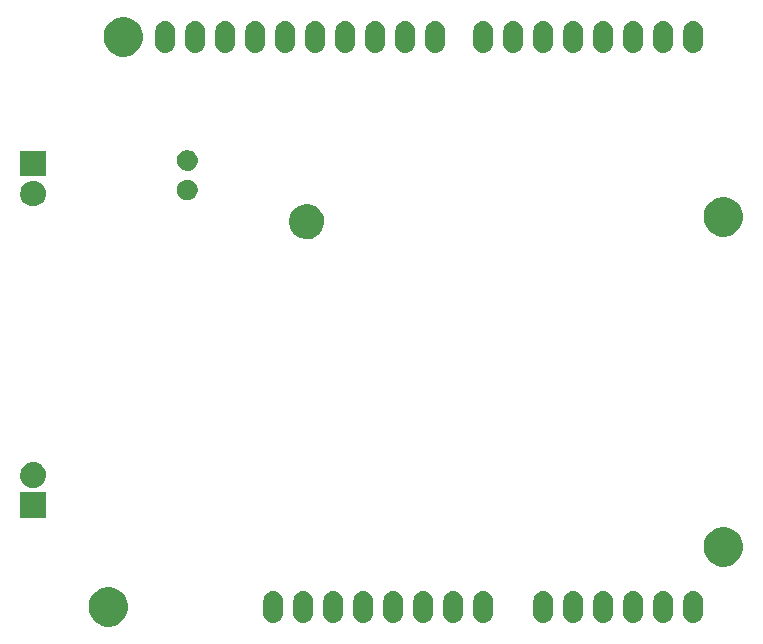
<source format=gbs>
%TF.GenerationSoftware,KiCad,Pcbnew,4.0.7-e2-6376~58~ubuntu16.04.1*%
%TF.CreationDate,2017-10-04T18:34:51-07:00*%
%TF.ProjectId,mcphail-zero-analog-shield,6D63706861696C2D7A65726F2D616E61,v1.0*%
%TF.FileFunction,Soldermask,Bot*%
%FSLAX46Y46*%
G04 Gerber Fmt 4.6, Leading zero omitted, Abs format (unit mm)*
G04 Created by KiCad (PCBNEW 4.0.7-e2-6376~58~ubuntu16.04.1) date Wed Oct  4 18:34:51 2017*
%MOMM*%
%LPD*%
G01*
G04 APERTURE LIST*
%ADD10C,0.350000*%
G04 APERTURE END LIST*
D10*
G36*
X45259749Y-168212606D02*
X45579347Y-168278210D01*
X45880128Y-168404647D01*
X46150616Y-168587094D01*
X46380516Y-168818603D01*
X46561069Y-169090358D01*
X46685400Y-169392008D01*
X46748704Y-169711717D01*
X46748704Y-169711727D01*
X46748771Y-169712066D01*
X46743568Y-170084726D01*
X46743491Y-170085064D01*
X46743491Y-170085073D01*
X46671285Y-170402890D01*
X46538581Y-170700947D01*
X46350508Y-170967557D01*
X46114233Y-171192559D01*
X45838756Y-171367382D01*
X45534565Y-171485370D01*
X45213257Y-171542025D01*
X44887058Y-171535192D01*
X44568399Y-171465130D01*
X44269417Y-171334509D01*
X44001506Y-171148305D01*
X43774860Y-170913607D01*
X43598117Y-170639354D01*
X43478007Y-170335993D01*
X43419111Y-170015091D01*
X43423666Y-169688853D01*
X43491502Y-169369711D01*
X43620031Y-169069828D01*
X43804364Y-168800618D01*
X44037472Y-168572341D01*
X44310484Y-168393687D01*
X44612996Y-168271464D01*
X44933483Y-168210328D01*
X45259749Y-168212606D01*
X45259749Y-168212606D01*
G37*
G36*
X66843544Y-168539606D02*
X66999816Y-168587980D01*
X67143715Y-168665787D01*
X67269762Y-168770062D01*
X67373155Y-168896833D01*
X67449954Y-169041273D01*
X67497237Y-169197879D01*
X67513200Y-169360686D01*
X67513200Y-170389746D01*
X67513133Y-170399359D01*
X67513132Y-170399365D01*
X67513118Y-170401417D01*
X67494883Y-170563986D01*
X67445419Y-170719916D01*
X67366610Y-170863269D01*
X67261458Y-170988585D01*
X67133967Y-171091090D01*
X66988995Y-171166880D01*
X66832063Y-171213067D01*
X66832022Y-171213071D01*
X66832018Y-171213072D01*
X66669151Y-171227894D01*
X66669148Y-171227894D01*
X66506456Y-171210794D01*
X66350184Y-171162420D01*
X66206285Y-171084613D01*
X66080238Y-170980338D01*
X65976845Y-170853567D01*
X65900046Y-170709127D01*
X65852763Y-170552521D01*
X65836800Y-170389714D01*
X65836800Y-169360654D01*
X65836867Y-169351041D01*
X65836868Y-169351035D01*
X65836882Y-169348983D01*
X65855117Y-169186414D01*
X65904581Y-169030484D01*
X65983390Y-168887131D01*
X66088542Y-168761815D01*
X66216033Y-168659310D01*
X66361005Y-168583520D01*
X66517937Y-168537333D01*
X66517978Y-168537329D01*
X66517982Y-168537328D01*
X66680850Y-168522506D01*
X66680852Y-168522506D01*
X66843544Y-168539606D01*
X66843544Y-168539606D01*
G37*
G36*
X61763544Y-168539606D02*
X61919816Y-168587980D01*
X62063715Y-168665787D01*
X62189762Y-168770062D01*
X62293155Y-168896833D01*
X62369954Y-169041273D01*
X62417237Y-169197879D01*
X62433200Y-169360686D01*
X62433200Y-170389746D01*
X62433133Y-170399359D01*
X62433132Y-170399365D01*
X62433118Y-170401417D01*
X62414883Y-170563986D01*
X62365419Y-170719916D01*
X62286610Y-170863269D01*
X62181458Y-170988585D01*
X62053967Y-171091090D01*
X61908995Y-171166880D01*
X61752063Y-171213067D01*
X61752022Y-171213071D01*
X61752018Y-171213072D01*
X61589151Y-171227894D01*
X61589148Y-171227894D01*
X61426456Y-171210794D01*
X61270184Y-171162420D01*
X61126285Y-171084613D01*
X61000238Y-170980338D01*
X60896845Y-170853567D01*
X60820046Y-170709127D01*
X60772763Y-170552521D01*
X60756800Y-170389714D01*
X60756800Y-169360654D01*
X60756867Y-169351041D01*
X60756868Y-169351035D01*
X60756882Y-169348983D01*
X60775117Y-169186414D01*
X60824581Y-169030484D01*
X60903390Y-168887131D01*
X61008542Y-168761815D01*
X61136033Y-168659310D01*
X61281005Y-168583520D01*
X61437937Y-168537333D01*
X61437978Y-168537329D01*
X61437982Y-168537328D01*
X61600850Y-168522506D01*
X61600852Y-168522506D01*
X61763544Y-168539606D01*
X61763544Y-168539606D01*
G37*
G36*
X69383544Y-168539606D02*
X69539816Y-168587980D01*
X69683715Y-168665787D01*
X69809762Y-168770062D01*
X69913155Y-168896833D01*
X69989954Y-169041273D01*
X70037237Y-169197879D01*
X70053200Y-169360686D01*
X70053200Y-170389746D01*
X70053133Y-170399359D01*
X70053132Y-170399365D01*
X70053118Y-170401417D01*
X70034883Y-170563986D01*
X69985419Y-170719916D01*
X69906610Y-170863269D01*
X69801458Y-170988585D01*
X69673967Y-171091090D01*
X69528995Y-171166880D01*
X69372063Y-171213067D01*
X69372022Y-171213071D01*
X69372018Y-171213072D01*
X69209151Y-171227894D01*
X69209148Y-171227894D01*
X69046456Y-171210794D01*
X68890184Y-171162420D01*
X68746285Y-171084613D01*
X68620238Y-170980338D01*
X68516845Y-170853567D01*
X68440046Y-170709127D01*
X68392763Y-170552521D01*
X68376800Y-170389714D01*
X68376800Y-169360654D01*
X68376867Y-169351041D01*
X68376868Y-169351035D01*
X68376882Y-169348983D01*
X68395117Y-169186414D01*
X68444581Y-169030484D01*
X68523390Y-168887131D01*
X68628542Y-168761815D01*
X68756033Y-168659310D01*
X68901005Y-168583520D01*
X69057937Y-168537333D01*
X69057978Y-168537329D01*
X69057982Y-168537328D01*
X69220850Y-168522506D01*
X69220852Y-168522506D01*
X69383544Y-168539606D01*
X69383544Y-168539606D01*
G37*
G36*
X64303544Y-168539606D02*
X64459816Y-168587980D01*
X64603715Y-168665787D01*
X64729762Y-168770062D01*
X64833155Y-168896833D01*
X64909954Y-169041273D01*
X64957237Y-169197879D01*
X64973200Y-169360686D01*
X64973200Y-170389746D01*
X64973133Y-170399359D01*
X64973132Y-170399365D01*
X64973118Y-170401417D01*
X64954883Y-170563986D01*
X64905419Y-170719916D01*
X64826610Y-170863269D01*
X64721458Y-170988585D01*
X64593967Y-171091090D01*
X64448995Y-171166880D01*
X64292063Y-171213067D01*
X64292022Y-171213071D01*
X64292018Y-171213072D01*
X64129151Y-171227894D01*
X64129148Y-171227894D01*
X63966456Y-171210794D01*
X63810184Y-171162420D01*
X63666285Y-171084613D01*
X63540238Y-170980338D01*
X63436845Y-170853567D01*
X63360046Y-170709127D01*
X63312763Y-170552521D01*
X63296800Y-170389714D01*
X63296800Y-169360654D01*
X63296867Y-169351041D01*
X63296868Y-169351035D01*
X63296882Y-169348983D01*
X63315117Y-169186414D01*
X63364581Y-169030484D01*
X63443390Y-168887131D01*
X63548542Y-168761815D01*
X63676033Y-168659310D01*
X63821005Y-168583520D01*
X63977937Y-168537333D01*
X63977978Y-168537329D01*
X63977982Y-168537328D01*
X64140850Y-168522506D01*
X64140852Y-168522506D01*
X64303544Y-168539606D01*
X64303544Y-168539606D01*
G37*
G36*
X71923544Y-168539606D02*
X72079816Y-168587980D01*
X72223715Y-168665787D01*
X72349762Y-168770062D01*
X72453155Y-168896833D01*
X72529954Y-169041273D01*
X72577237Y-169197879D01*
X72593200Y-169360686D01*
X72593200Y-170389746D01*
X72593133Y-170399359D01*
X72593132Y-170399365D01*
X72593118Y-170401417D01*
X72574883Y-170563986D01*
X72525419Y-170719916D01*
X72446610Y-170863269D01*
X72341458Y-170988585D01*
X72213967Y-171091090D01*
X72068995Y-171166880D01*
X71912063Y-171213067D01*
X71912022Y-171213071D01*
X71912018Y-171213072D01*
X71749151Y-171227894D01*
X71749148Y-171227894D01*
X71586456Y-171210794D01*
X71430184Y-171162420D01*
X71286285Y-171084613D01*
X71160238Y-170980338D01*
X71056845Y-170853567D01*
X70980046Y-170709127D01*
X70932763Y-170552521D01*
X70916800Y-170389714D01*
X70916800Y-169360654D01*
X70916867Y-169351041D01*
X70916868Y-169351035D01*
X70916882Y-169348983D01*
X70935117Y-169186414D01*
X70984581Y-169030484D01*
X71063390Y-168887131D01*
X71168542Y-168761815D01*
X71296033Y-168659310D01*
X71441005Y-168583520D01*
X71597937Y-168537333D01*
X71597978Y-168537329D01*
X71597982Y-168537328D01*
X71760850Y-168522506D01*
X71760852Y-168522506D01*
X71923544Y-168539606D01*
X71923544Y-168539606D01*
G37*
G36*
X74463544Y-168539606D02*
X74619816Y-168587980D01*
X74763715Y-168665787D01*
X74889762Y-168770062D01*
X74993155Y-168896833D01*
X75069954Y-169041273D01*
X75117237Y-169197879D01*
X75133200Y-169360686D01*
X75133200Y-170389746D01*
X75133133Y-170399359D01*
X75133132Y-170399365D01*
X75133118Y-170401417D01*
X75114883Y-170563986D01*
X75065419Y-170719916D01*
X74986610Y-170863269D01*
X74881458Y-170988585D01*
X74753967Y-171091090D01*
X74608995Y-171166880D01*
X74452063Y-171213067D01*
X74452022Y-171213071D01*
X74452018Y-171213072D01*
X74289151Y-171227894D01*
X74289148Y-171227894D01*
X74126456Y-171210794D01*
X73970184Y-171162420D01*
X73826285Y-171084613D01*
X73700238Y-170980338D01*
X73596845Y-170853567D01*
X73520046Y-170709127D01*
X73472763Y-170552521D01*
X73456800Y-170389714D01*
X73456800Y-169360654D01*
X73456867Y-169351041D01*
X73456868Y-169351035D01*
X73456882Y-169348983D01*
X73475117Y-169186414D01*
X73524581Y-169030484D01*
X73603390Y-168887131D01*
X73708542Y-168761815D01*
X73836033Y-168659310D01*
X73981005Y-168583520D01*
X74137937Y-168537333D01*
X74137978Y-168537329D01*
X74137982Y-168537328D01*
X74300850Y-168522506D01*
X74300852Y-168522506D01*
X74463544Y-168539606D01*
X74463544Y-168539606D01*
G37*
G36*
X77003544Y-168539606D02*
X77159816Y-168587980D01*
X77303715Y-168665787D01*
X77429762Y-168770062D01*
X77533155Y-168896833D01*
X77609954Y-169041273D01*
X77657237Y-169197879D01*
X77673200Y-169360686D01*
X77673200Y-170389746D01*
X77673133Y-170399359D01*
X77673132Y-170399365D01*
X77673118Y-170401417D01*
X77654883Y-170563986D01*
X77605419Y-170719916D01*
X77526610Y-170863269D01*
X77421458Y-170988585D01*
X77293967Y-171091090D01*
X77148995Y-171166880D01*
X76992063Y-171213067D01*
X76992022Y-171213071D01*
X76992018Y-171213072D01*
X76829151Y-171227894D01*
X76829148Y-171227894D01*
X76666456Y-171210794D01*
X76510184Y-171162420D01*
X76366285Y-171084613D01*
X76240238Y-170980338D01*
X76136845Y-170853567D01*
X76060046Y-170709127D01*
X76012763Y-170552521D01*
X75996800Y-170389714D01*
X75996800Y-169360654D01*
X75996867Y-169351041D01*
X75996868Y-169351035D01*
X75996882Y-169348983D01*
X76015117Y-169186414D01*
X76064581Y-169030484D01*
X76143390Y-168887131D01*
X76248542Y-168761815D01*
X76376033Y-168659310D01*
X76521005Y-168583520D01*
X76677937Y-168537333D01*
X76677978Y-168537329D01*
X76677982Y-168537328D01*
X76840850Y-168522506D01*
X76840852Y-168522506D01*
X77003544Y-168539606D01*
X77003544Y-168539606D01*
G37*
G36*
X87163544Y-168539606D02*
X87319816Y-168587980D01*
X87463715Y-168665787D01*
X87589762Y-168770062D01*
X87693155Y-168896833D01*
X87769954Y-169041273D01*
X87817237Y-169197879D01*
X87833200Y-169360686D01*
X87833200Y-170389746D01*
X87833133Y-170399359D01*
X87833132Y-170399365D01*
X87833118Y-170401417D01*
X87814883Y-170563986D01*
X87765419Y-170719916D01*
X87686610Y-170863269D01*
X87581458Y-170988585D01*
X87453967Y-171091090D01*
X87308995Y-171166880D01*
X87152063Y-171213067D01*
X87152022Y-171213071D01*
X87152018Y-171213072D01*
X86989151Y-171227894D01*
X86989148Y-171227894D01*
X86826456Y-171210794D01*
X86670184Y-171162420D01*
X86526285Y-171084613D01*
X86400238Y-170980338D01*
X86296845Y-170853567D01*
X86220046Y-170709127D01*
X86172763Y-170552521D01*
X86156800Y-170389714D01*
X86156800Y-169360654D01*
X86156867Y-169351041D01*
X86156868Y-169351035D01*
X86156882Y-169348983D01*
X86175117Y-169186414D01*
X86224581Y-169030484D01*
X86303390Y-168887131D01*
X86408542Y-168761815D01*
X86536033Y-168659310D01*
X86681005Y-168583520D01*
X86837937Y-168537333D01*
X86837978Y-168537329D01*
X86837982Y-168537328D01*
X87000850Y-168522506D01*
X87000852Y-168522506D01*
X87163544Y-168539606D01*
X87163544Y-168539606D01*
G37*
G36*
X84623544Y-168539606D02*
X84779816Y-168587980D01*
X84923715Y-168665787D01*
X85049762Y-168770062D01*
X85153155Y-168896833D01*
X85229954Y-169041273D01*
X85277237Y-169197879D01*
X85293200Y-169360686D01*
X85293200Y-170389746D01*
X85293133Y-170399359D01*
X85293132Y-170399365D01*
X85293118Y-170401417D01*
X85274883Y-170563986D01*
X85225419Y-170719916D01*
X85146610Y-170863269D01*
X85041458Y-170988585D01*
X84913967Y-171091090D01*
X84768995Y-171166880D01*
X84612063Y-171213067D01*
X84612022Y-171213071D01*
X84612018Y-171213072D01*
X84449151Y-171227894D01*
X84449148Y-171227894D01*
X84286456Y-171210794D01*
X84130184Y-171162420D01*
X83986285Y-171084613D01*
X83860238Y-170980338D01*
X83756845Y-170853567D01*
X83680046Y-170709127D01*
X83632763Y-170552521D01*
X83616800Y-170389714D01*
X83616800Y-169360654D01*
X83616867Y-169351041D01*
X83616868Y-169351035D01*
X83616882Y-169348983D01*
X83635117Y-169186414D01*
X83684581Y-169030484D01*
X83763390Y-168887131D01*
X83868542Y-168761815D01*
X83996033Y-168659310D01*
X84141005Y-168583520D01*
X84297937Y-168537333D01*
X84297978Y-168537329D01*
X84297982Y-168537328D01*
X84460850Y-168522506D01*
X84460852Y-168522506D01*
X84623544Y-168539606D01*
X84623544Y-168539606D01*
G37*
G36*
X82083544Y-168539606D02*
X82239816Y-168587980D01*
X82383715Y-168665787D01*
X82509762Y-168770062D01*
X82613155Y-168896833D01*
X82689954Y-169041273D01*
X82737237Y-169197879D01*
X82753200Y-169360686D01*
X82753200Y-170389746D01*
X82753133Y-170399359D01*
X82753132Y-170399365D01*
X82753118Y-170401417D01*
X82734883Y-170563986D01*
X82685419Y-170719916D01*
X82606610Y-170863269D01*
X82501458Y-170988585D01*
X82373967Y-171091090D01*
X82228995Y-171166880D01*
X82072063Y-171213067D01*
X82072022Y-171213071D01*
X82072018Y-171213072D01*
X81909151Y-171227894D01*
X81909148Y-171227894D01*
X81746456Y-171210794D01*
X81590184Y-171162420D01*
X81446285Y-171084613D01*
X81320238Y-170980338D01*
X81216845Y-170853567D01*
X81140046Y-170709127D01*
X81092763Y-170552521D01*
X81076800Y-170389714D01*
X81076800Y-169360654D01*
X81076867Y-169351041D01*
X81076868Y-169351035D01*
X81076882Y-169348983D01*
X81095117Y-169186414D01*
X81144581Y-169030484D01*
X81223390Y-168887131D01*
X81328542Y-168761815D01*
X81456033Y-168659310D01*
X81601005Y-168583520D01*
X81757937Y-168537333D01*
X81757978Y-168537329D01*
X81757982Y-168537328D01*
X81920850Y-168522506D01*
X81920852Y-168522506D01*
X82083544Y-168539606D01*
X82083544Y-168539606D01*
G37*
G36*
X89703544Y-168539606D02*
X89859816Y-168587980D01*
X90003715Y-168665787D01*
X90129762Y-168770062D01*
X90233155Y-168896833D01*
X90309954Y-169041273D01*
X90357237Y-169197879D01*
X90373200Y-169360686D01*
X90373200Y-170389746D01*
X90373133Y-170399359D01*
X90373132Y-170399365D01*
X90373118Y-170401417D01*
X90354883Y-170563986D01*
X90305419Y-170719916D01*
X90226610Y-170863269D01*
X90121458Y-170988585D01*
X89993967Y-171091090D01*
X89848995Y-171166880D01*
X89692063Y-171213067D01*
X89692022Y-171213071D01*
X89692018Y-171213072D01*
X89529151Y-171227894D01*
X89529148Y-171227894D01*
X89366456Y-171210794D01*
X89210184Y-171162420D01*
X89066285Y-171084613D01*
X88940238Y-170980338D01*
X88836845Y-170853567D01*
X88760046Y-170709127D01*
X88712763Y-170552521D01*
X88696800Y-170389714D01*
X88696800Y-169360654D01*
X88696867Y-169351041D01*
X88696868Y-169351035D01*
X88696882Y-169348983D01*
X88715117Y-169186414D01*
X88764581Y-169030484D01*
X88843390Y-168887131D01*
X88948542Y-168761815D01*
X89076033Y-168659310D01*
X89221005Y-168583520D01*
X89377937Y-168537333D01*
X89377978Y-168537329D01*
X89377982Y-168537328D01*
X89540850Y-168522506D01*
X89540852Y-168522506D01*
X89703544Y-168539606D01*
X89703544Y-168539606D01*
G37*
G36*
X92243544Y-168539606D02*
X92399816Y-168587980D01*
X92543715Y-168665787D01*
X92669762Y-168770062D01*
X92773155Y-168896833D01*
X92849954Y-169041273D01*
X92897237Y-169197879D01*
X92913200Y-169360686D01*
X92913200Y-170389746D01*
X92913133Y-170399359D01*
X92913132Y-170399365D01*
X92913118Y-170401417D01*
X92894883Y-170563986D01*
X92845419Y-170719916D01*
X92766610Y-170863269D01*
X92661458Y-170988585D01*
X92533967Y-171091090D01*
X92388995Y-171166880D01*
X92232063Y-171213067D01*
X92232022Y-171213071D01*
X92232018Y-171213072D01*
X92069151Y-171227894D01*
X92069148Y-171227894D01*
X91906456Y-171210794D01*
X91750184Y-171162420D01*
X91606285Y-171084613D01*
X91480238Y-170980338D01*
X91376845Y-170853567D01*
X91300046Y-170709127D01*
X91252763Y-170552521D01*
X91236800Y-170389714D01*
X91236800Y-169360654D01*
X91236867Y-169351041D01*
X91236868Y-169351035D01*
X91236882Y-169348983D01*
X91255117Y-169186414D01*
X91304581Y-169030484D01*
X91383390Y-168887131D01*
X91488542Y-168761815D01*
X91616033Y-168659310D01*
X91761005Y-168583520D01*
X91917937Y-168537333D01*
X91917978Y-168537329D01*
X91917982Y-168537328D01*
X92080850Y-168522506D01*
X92080852Y-168522506D01*
X92243544Y-168539606D01*
X92243544Y-168539606D01*
G37*
G36*
X59223544Y-168539606D02*
X59379816Y-168587980D01*
X59523715Y-168665787D01*
X59649762Y-168770062D01*
X59753155Y-168896833D01*
X59829954Y-169041273D01*
X59877237Y-169197879D01*
X59893200Y-169360686D01*
X59893200Y-170389746D01*
X59893133Y-170399359D01*
X59893132Y-170399365D01*
X59893118Y-170401417D01*
X59874883Y-170563986D01*
X59825419Y-170719916D01*
X59746610Y-170863269D01*
X59641458Y-170988585D01*
X59513967Y-171091090D01*
X59368995Y-171166880D01*
X59212063Y-171213067D01*
X59212022Y-171213071D01*
X59212018Y-171213072D01*
X59049151Y-171227894D01*
X59049148Y-171227894D01*
X58886456Y-171210794D01*
X58730184Y-171162420D01*
X58586285Y-171084613D01*
X58460238Y-170980338D01*
X58356845Y-170853567D01*
X58280046Y-170709127D01*
X58232763Y-170552521D01*
X58216800Y-170389714D01*
X58216800Y-169360654D01*
X58216867Y-169351041D01*
X58216868Y-169351035D01*
X58216882Y-169348983D01*
X58235117Y-169186414D01*
X58284581Y-169030484D01*
X58363390Y-168887131D01*
X58468542Y-168761815D01*
X58596033Y-168659310D01*
X58741005Y-168583520D01*
X58897937Y-168537333D01*
X58897978Y-168537329D01*
X58897982Y-168537328D01*
X59060850Y-168522506D01*
X59060852Y-168522506D01*
X59223544Y-168539606D01*
X59223544Y-168539606D01*
G37*
G36*
X94783544Y-168539606D02*
X94939816Y-168587980D01*
X95083715Y-168665787D01*
X95209762Y-168770062D01*
X95313155Y-168896833D01*
X95389954Y-169041273D01*
X95437237Y-169197879D01*
X95453200Y-169360686D01*
X95453200Y-170389746D01*
X95453133Y-170399359D01*
X95453132Y-170399365D01*
X95453118Y-170401417D01*
X95434883Y-170563986D01*
X95385419Y-170719916D01*
X95306610Y-170863269D01*
X95201458Y-170988585D01*
X95073967Y-171091090D01*
X94928995Y-171166880D01*
X94772063Y-171213067D01*
X94772022Y-171213071D01*
X94772018Y-171213072D01*
X94609151Y-171227894D01*
X94609148Y-171227894D01*
X94446456Y-171210794D01*
X94290184Y-171162420D01*
X94146285Y-171084613D01*
X94020238Y-170980338D01*
X93916845Y-170853567D01*
X93840046Y-170709127D01*
X93792763Y-170552521D01*
X93776800Y-170389714D01*
X93776800Y-169360654D01*
X93776867Y-169351041D01*
X93776868Y-169351035D01*
X93776882Y-169348983D01*
X93795117Y-169186414D01*
X93844581Y-169030484D01*
X93923390Y-168887131D01*
X94028542Y-168761815D01*
X94156033Y-168659310D01*
X94301005Y-168583520D01*
X94457937Y-168537333D01*
X94457978Y-168537329D01*
X94457982Y-168537328D01*
X94620850Y-168522506D01*
X94620852Y-168522506D01*
X94783544Y-168539606D01*
X94783544Y-168539606D01*
G37*
G36*
X97329749Y-163132606D02*
X97649347Y-163198210D01*
X97950128Y-163324647D01*
X98220616Y-163507094D01*
X98450516Y-163738603D01*
X98631069Y-164010358D01*
X98755400Y-164312008D01*
X98818704Y-164631717D01*
X98818704Y-164631727D01*
X98818771Y-164632066D01*
X98813568Y-165004726D01*
X98813491Y-165005064D01*
X98813491Y-165005073D01*
X98741285Y-165322890D01*
X98608581Y-165620947D01*
X98420508Y-165887557D01*
X98184233Y-166112559D01*
X97908756Y-166287382D01*
X97604565Y-166405370D01*
X97283257Y-166462025D01*
X96957058Y-166455192D01*
X96638399Y-166385130D01*
X96339417Y-166254509D01*
X96071506Y-166068305D01*
X95844860Y-165833607D01*
X95668117Y-165559354D01*
X95548007Y-165255993D01*
X95489111Y-164935091D01*
X95493666Y-164608853D01*
X95561502Y-164289711D01*
X95690031Y-163989828D01*
X95874364Y-163720618D01*
X96107472Y-163492341D01*
X96380484Y-163313687D01*
X96682996Y-163191464D01*
X97003483Y-163130328D01*
X97329749Y-163132606D01*
X97329749Y-163132606D01*
G37*
G36*
X39827200Y-162331400D02*
X37642800Y-162331400D01*
X37642800Y-160147000D01*
X39827200Y-160147000D01*
X39827200Y-162331400D01*
X39827200Y-162331400D01*
G37*
G36*
X38746395Y-157607042D02*
X38755534Y-157607106D01*
X38967366Y-157630867D01*
X39170548Y-157695320D01*
X39357342Y-157798011D01*
X39520632Y-157935028D01*
X39654199Y-158101151D01*
X39752955Y-158290055D01*
X39813139Y-158494542D01*
X39813143Y-158494583D01*
X39813144Y-158494587D01*
X39832459Y-158706823D01*
X39810183Y-158918770D01*
X39810181Y-158918775D01*
X39810177Y-158918817D01*
X39747144Y-159122445D01*
X39645760Y-159309950D01*
X39509886Y-159474193D01*
X39344699Y-159608917D01*
X39156490Y-159708989D01*
X38952428Y-159770599D01*
X38740285Y-159791400D01*
X38729679Y-159791400D01*
X38723605Y-159791358D01*
X38714466Y-159791294D01*
X38502634Y-159767533D01*
X38299452Y-159703080D01*
X38112658Y-159600389D01*
X37949368Y-159463372D01*
X37815801Y-159297249D01*
X37717045Y-159108345D01*
X37656861Y-158903858D01*
X37656857Y-158903817D01*
X37656856Y-158903813D01*
X37637541Y-158691577D01*
X37659817Y-158479630D01*
X37659819Y-158479625D01*
X37659823Y-158479583D01*
X37722856Y-158275955D01*
X37824240Y-158088450D01*
X37960114Y-157924207D01*
X38125301Y-157789483D01*
X38313510Y-157689411D01*
X38517572Y-157627801D01*
X38729715Y-157607000D01*
X38740321Y-157607000D01*
X38746395Y-157607042D01*
X38746395Y-157607042D01*
G37*
G36*
X62054540Y-135789379D02*
X62337542Y-135847472D01*
X62603884Y-135959431D01*
X62843400Y-136120987D01*
X63046975Y-136325988D01*
X63206853Y-136566625D01*
X63316948Y-136833735D01*
X63372995Y-137116796D01*
X63372995Y-137116801D01*
X63373063Y-137117145D01*
X63368455Y-137447134D01*
X63368379Y-137447468D01*
X63368379Y-137447481D01*
X63304449Y-137728868D01*
X63186941Y-137992796D01*
X63020403Y-138228877D01*
X62811182Y-138428116D01*
X62567246Y-138582923D01*
X62297890Y-138687399D01*
X62013372Y-138737568D01*
X61724523Y-138731517D01*
X61442351Y-138669477D01*
X61177604Y-138553812D01*
X60940370Y-138388930D01*
X60739676Y-138181106D01*
X60583171Y-137938257D01*
X60476814Y-137669630D01*
X60424662Y-137385473D01*
X60428695Y-137096590D01*
X60488764Y-136813992D01*
X60602576Y-136548446D01*
X60765801Y-136310062D01*
X60972218Y-136107923D01*
X61213969Y-135949726D01*
X61481843Y-135841498D01*
X61765632Y-135787363D01*
X62054540Y-135789379D01*
X62054540Y-135789379D01*
G37*
G36*
X97329749Y-135192606D02*
X97649347Y-135258210D01*
X97950128Y-135384647D01*
X98220616Y-135567094D01*
X98450516Y-135798603D01*
X98631069Y-136070358D01*
X98755400Y-136372008D01*
X98818704Y-136691717D01*
X98818704Y-136691727D01*
X98818771Y-136692066D01*
X98813568Y-137064726D01*
X98813491Y-137065064D01*
X98813491Y-137065073D01*
X98741285Y-137382890D01*
X98608581Y-137680947D01*
X98420508Y-137947557D01*
X98184233Y-138172559D01*
X97908756Y-138347382D01*
X97604565Y-138465370D01*
X97283257Y-138522025D01*
X96957058Y-138515192D01*
X96638399Y-138445130D01*
X96339417Y-138314509D01*
X96071506Y-138128305D01*
X95844860Y-137893607D01*
X95668117Y-137619354D01*
X95548007Y-137315993D01*
X95489111Y-136995091D01*
X95493666Y-136668853D01*
X95561502Y-136349711D01*
X95690031Y-136049828D01*
X95874364Y-135780618D01*
X96107472Y-135552341D01*
X96380484Y-135373687D01*
X96682996Y-135251464D01*
X97003483Y-135190328D01*
X97329749Y-135192606D01*
X97329749Y-135192606D01*
G37*
G36*
X38746395Y-133781842D02*
X38755534Y-133781906D01*
X38967366Y-133805667D01*
X39170548Y-133870120D01*
X39357342Y-133972811D01*
X39520632Y-134109828D01*
X39654199Y-134275951D01*
X39752955Y-134464855D01*
X39813139Y-134669342D01*
X39813143Y-134669383D01*
X39813144Y-134669387D01*
X39832459Y-134881623D01*
X39810183Y-135093570D01*
X39810181Y-135093575D01*
X39810177Y-135093617D01*
X39747144Y-135297245D01*
X39645760Y-135484750D01*
X39509886Y-135648993D01*
X39344699Y-135783717D01*
X39156490Y-135883789D01*
X38952428Y-135945399D01*
X38740285Y-135966200D01*
X38729679Y-135966200D01*
X38723605Y-135966158D01*
X38714466Y-135966094D01*
X38502634Y-135942333D01*
X38299452Y-135877880D01*
X38112658Y-135775189D01*
X37949368Y-135638172D01*
X37815801Y-135472049D01*
X37717045Y-135283145D01*
X37656861Y-135078658D01*
X37656857Y-135078617D01*
X37656856Y-135078613D01*
X37637541Y-134866377D01*
X37659817Y-134654430D01*
X37659819Y-134654425D01*
X37659823Y-134654383D01*
X37722856Y-134450755D01*
X37824240Y-134263250D01*
X37960114Y-134099007D01*
X38125301Y-133964283D01*
X38313510Y-133864211D01*
X38517572Y-133802601D01*
X38729715Y-133781800D01*
X38740321Y-133781800D01*
X38746395Y-133781842D01*
X38746395Y-133781842D01*
G37*
G36*
X51882635Y-133704382D02*
X52050950Y-133738933D01*
X52209362Y-133805523D01*
X52351816Y-133901609D01*
X52472894Y-134023535D01*
X52567981Y-134166654D01*
X52633463Y-134325524D01*
X52666769Y-134493735D01*
X52666838Y-134494084D01*
X52664097Y-134690348D01*
X52664020Y-134690686D01*
X52664020Y-134690695D01*
X52626029Y-134857913D01*
X52556140Y-135014885D01*
X52457090Y-135155298D01*
X52332653Y-135273797D01*
X52187570Y-135365870D01*
X52027369Y-135428008D01*
X51858148Y-135457847D01*
X51686351Y-135454247D01*
X51518528Y-135417350D01*
X51361066Y-135348556D01*
X51219970Y-135250492D01*
X51100605Y-135126886D01*
X51007522Y-134982449D01*
X50944264Y-134822678D01*
X50913247Y-134653676D01*
X50915645Y-134481859D01*
X50951372Y-134313780D01*
X51019062Y-134155845D01*
X51116143Y-134014063D01*
X51238911Y-133893839D01*
X51382696Y-133799750D01*
X51542016Y-133735379D01*
X51710801Y-133703183D01*
X51882635Y-133704382D01*
X51882635Y-133704382D01*
G37*
G36*
X39827200Y-133426200D02*
X37642800Y-133426200D01*
X37642800Y-131241800D01*
X39827200Y-131241800D01*
X39827200Y-133426200D01*
X39827200Y-133426200D01*
G37*
G36*
X51882635Y-131204382D02*
X52050950Y-131238933D01*
X52209362Y-131305523D01*
X52351816Y-131401609D01*
X52472894Y-131523535D01*
X52567981Y-131666654D01*
X52633463Y-131825524D01*
X52666769Y-131993735D01*
X52666838Y-131994084D01*
X52664097Y-132190348D01*
X52664020Y-132190686D01*
X52664020Y-132190695D01*
X52626029Y-132357913D01*
X52556140Y-132514885D01*
X52457090Y-132655298D01*
X52332653Y-132773797D01*
X52187570Y-132865870D01*
X52027369Y-132928008D01*
X51858148Y-132957847D01*
X51686351Y-132954247D01*
X51518528Y-132917350D01*
X51361066Y-132848556D01*
X51219970Y-132750492D01*
X51100605Y-132626886D01*
X51007522Y-132482449D01*
X50944264Y-132322678D01*
X50913247Y-132153676D01*
X50915645Y-131981859D01*
X50951372Y-131813780D01*
X51019062Y-131655845D01*
X51116143Y-131514063D01*
X51238911Y-131393839D01*
X51382696Y-131299750D01*
X51542016Y-131235379D01*
X51710801Y-131203183D01*
X51882635Y-131204382D01*
X51882635Y-131204382D01*
G37*
G36*
X46529749Y-119952606D02*
X46849347Y-120018210D01*
X47150128Y-120144647D01*
X47420616Y-120327094D01*
X47650516Y-120558603D01*
X47831069Y-120830358D01*
X47955400Y-121132008D01*
X48018704Y-121451717D01*
X48018704Y-121451727D01*
X48018771Y-121452066D01*
X48013568Y-121824726D01*
X48013491Y-121825064D01*
X48013491Y-121825073D01*
X47941285Y-122142890D01*
X47808581Y-122440947D01*
X47620508Y-122707557D01*
X47384233Y-122932559D01*
X47108756Y-123107382D01*
X46804565Y-123225370D01*
X46483257Y-123282025D01*
X46157058Y-123275192D01*
X45838399Y-123205130D01*
X45539417Y-123074509D01*
X45271506Y-122888305D01*
X45044860Y-122653607D01*
X44868117Y-122379354D01*
X44748007Y-122075993D01*
X44689111Y-121755091D01*
X44693666Y-121428853D01*
X44761502Y-121109711D01*
X44890031Y-120809828D01*
X45074364Y-120540618D01*
X45307472Y-120312341D01*
X45580484Y-120133687D01*
X45882996Y-120011464D01*
X46203483Y-119950328D01*
X46529749Y-119952606D01*
X46529749Y-119952606D01*
G37*
G36*
X94783544Y-120279606D02*
X94939816Y-120327980D01*
X95083715Y-120405787D01*
X95209762Y-120510062D01*
X95313155Y-120636833D01*
X95389954Y-120781273D01*
X95437237Y-120937879D01*
X95453200Y-121100686D01*
X95453200Y-122129746D01*
X95453133Y-122139359D01*
X95453132Y-122139365D01*
X95453118Y-122141417D01*
X95434883Y-122303986D01*
X95385419Y-122459916D01*
X95306610Y-122603269D01*
X95201458Y-122728585D01*
X95073967Y-122831090D01*
X94928995Y-122906880D01*
X94772063Y-122953067D01*
X94772022Y-122953071D01*
X94772018Y-122953072D01*
X94609151Y-122967894D01*
X94609148Y-122967894D01*
X94446456Y-122950794D01*
X94290184Y-122902420D01*
X94146285Y-122824613D01*
X94020238Y-122720338D01*
X93916845Y-122593567D01*
X93840046Y-122449127D01*
X93792763Y-122292521D01*
X93776800Y-122129714D01*
X93776800Y-121100654D01*
X93776867Y-121091041D01*
X93776868Y-121091035D01*
X93776882Y-121088983D01*
X93795117Y-120926414D01*
X93844581Y-120770484D01*
X93923390Y-120627131D01*
X94028542Y-120501815D01*
X94156033Y-120399310D01*
X94301005Y-120323520D01*
X94457937Y-120277333D01*
X94457978Y-120277329D01*
X94457982Y-120277328D01*
X94620850Y-120262506D01*
X94620852Y-120262506D01*
X94783544Y-120279606D01*
X94783544Y-120279606D01*
G37*
G36*
X92243544Y-120279606D02*
X92399816Y-120327980D01*
X92543715Y-120405787D01*
X92669762Y-120510062D01*
X92773155Y-120636833D01*
X92849954Y-120781273D01*
X92897237Y-120937879D01*
X92913200Y-121100686D01*
X92913200Y-122129746D01*
X92913133Y-122139359D01*
X92913132Y-122139365D01*
X92913118Y-122141417D01*
X92894883Y-122303986D01*
X92845419Y-122459916D01*
X92766610Y-122603269D01*
X92661458Y-122728585D01*
X92533967Y-122831090D01*
X92388995Y-122906880D01*
X92232063Y-122953067D01*
X92232022Y-122953071D01*
X92232018Y-122953072D01*
X92069151Y-122967894D01*
X92069148Y-122967894D01*
X91906456Y-122950794D01*
X91750184Y-122902420D01*
X91606285Y-122824613D01*
X91480238Y-122720338D01*
X91376845Y-122593567D01*
X91300046Y-122449127D01*
X91252763Y-122292521D01*
X91236800Y-122129714D01*
X91236800Y-121100654D01*
X91236867Y-121091041D01*
X91236868Y-121091035D01*
X91236882Y-121088983D01*
X91255117Y-120926414D01*
X91304581Y-120770484D01*
X91383390Y-120627131D01*
X91488542Y-120501815D01*
X91616033Y-120399310D01*
X91761005Y-120323520D01*
X91917937Y-120277333D01*
X91917978Y-120277329D01*
X91917982Y-120277328D01*
X92080850Y-120262506D01*
X92080852Y-120262506D01*
X92243544Y-120279606D01*
X92243544Y-120279606D01*
G37*
G36*
X89703544Y-120279606D02*
X89859816Y-120327980D01*
X90003715Y-120405787D01*
X90129762Y-120510062D01*
X90233155Y-120636833D01*
X90309954Y-120781273D01*
X90357237Y-120937879D01*
X90373200Y-121100686D01*
X90373200Y-122129746D01*
X90373133Y-122139359D01*
X90373132Y-122139365D01*
X90373118Y-122141417D01*
X90354883Y-122303986D01*
X90305419Y-122459916D01*
X90226610Y-122603269D01*
X90121458Y-122728585D01*
X89993967Y-122831090D01*
X89848995Y-122906880D01*
X89692063Y-122953067D01*
X89692022Y-122953071D01*
X89692018Y-122953072D01*
X89529151Y-122967894D01*
X89529148Y-122967894D01*
X89366456Y-122950794D01*
X89210184Y-122902420D01*
X89066285Y-122824613D01*
X88940238Y-122720338D01*
X88836845Y-122593567D01*
X88760046Y-122449127D01*
X88712763Y-122292521D01*
X88696800Y-122129714D01*
X88696800Y-121100654D01*
X88696867Y-121091041D01*
X88696868Y-121091035D01*
X88696882Y-121088983D01*
X88715117Y-120926414D01*
X88764581Y-120770484D01*
X88843390Y-120627131D01*
X88948542Y-120501815D01*
X89076033Y-120399310D01*
X89221005Y-120323520D01*
X89377937Y-120277333D01*
X89377978Y-120277329D01*
X89377982Y-120277328D01*
X89540850Y-120262506D01*
X89540852Y-120262506D01*
X89703544Y-120279606D01*
X89703544Y-120279606D01*
G37*
G36*
X87163544Y-120279606D02*
X87319816Y-120327980D01*
X87463715Y-120405787D01*
X87589762Y-120510062D01*
X87693155Y-120636833D01*
X87769954Y-120781273D01*
X87817237Y-120937879D01*
X87833200Y-121100686D01*
X87833200Y-122129746D01*
X87833133Y-122139359D01*
X87833132Y-122139365D01*
X87833118Y-122141417D01*
X87814883Y-122303986D01*
X87765419Y-122459916D01*
X87686610Y-122603269D01*
X87581458Y-122728585D01*
X87453967Y-122831090D01*
X87308995Y-122906880D01*
X87152063Y-122953067D01*
X87152022Y-122953071D01*
X87152018Y-122953072D01*
X86989151Y-122967894D01*
X86989148Y-122967894D01*
X86826456Y-122950794D01*
X86670184Y-122902420D01*
X86526285Y-122824613D01*
X86400238Y-122720338D01*
X86296845Y-122593567D01*
X86220046Y-122449127D01*
X86172763Y-122292521D01*
X86156800Y-122129714D01*
X86156800Y-121100654D01*
X86156867Y-121091041D01*
X86156868Y-121091035D01*
X86156882Y-121088983D01*
X86175117Y-120926414D01*
X86224581Y-120770484D01*
X86303390Y-120627131D01*
X86408542Y-120501815D01*
X86536033Y-120399310D01*
X86681005Y-120323520D01*
X86837937Y-120277333D01*
X86837978Y-120277329D01*
X86837982Y-120277328D01*
X87000850Y-120262506D01*
X87000852Y-120262506D01*
X87163544Y-120279606D01*
X87163544Y-120279606D01*
G37*
G36*
X84623544Y-120279606D02*
X84779816Y-120327980D01*
X84923715Y-120405787D01*
X85049762Y-120510062D01*
X85153155Y-120636833D01*
X85229954Y-120781273D01*
X85277237Y-120937879D01*
X85293200Y-121100686D01*
X85293200Y-122129746D01*
X85293133Y-122139359D01*
X85293132Y-122139365D01*
X85293118Y-122141417D01*
X85274883Y-122303986D01*
X85225419Y-122459916D01*
X85146610Y-122603269D01*
X85041458Y-122728585D01*
X84913967Y-122831090D01*
X84768995Y-122906880D01*
X84612063Y-122953067D01*
X84612022Y-122953071D01*
X84612018Y-122953072D01*
X84449151Y-122967894D01*
X84449148Y-122967894D01*
X84286456Y-122950794D01*
X84130184Y-122902420D01*
X83986285Y-122824613D01*
X83860238Y-122720338D01*
X83756845Y-122593567D01*
X83680046Y-122449127D01*
X83632763Y-122292521D01*
X83616800Y-122129714D01*
X83616800Y-121100654D01*
X83616867Y-121091041D01*
X83616868Y-121091035D01*
X83616882Y-121088983D01*
X83635117Y-120926414D01*
X83684581Y-120770484D01*
X83763390Y-120627131D01*
X83868542Y-120501815D01*
X83996033Y-120399310D01*
X84141005Y-120323520D01*
X84297937Y-120277333D01*
X84297978Y-120277329D01*
X84297982Y-120277328D01*
X84460850Y-120262506D01*
X84460852Y-120262506D01*
X84623544Y-120279606D01*
X84623544Y-120279606D01*
G37*
G36*
X82083544Y-120279606D02*
X82239816Y-120327980D01*
X82383715Y-120405787D01*
X82509762Y-120510062D01*
X82613155Y-120636833D01*
X82689954Y-120781273D01*
X82737237Y-120937879D01*
X82753200Y-121100686D01*
X82753200Y-122129746D01*
X82753133Y-122139359D01*
X82753132Y-122139365D01*
X82753118Y-122141417D01*
X82734883Y-122303986D01*
X82685419Y-122459916D01*
X82606610Y-122603269D01*
X82501458Y-122728585D01*
X82373967Y-122831090D01*
X82228995Y-122906880D01*
X82072063Y-122953067D01*
X82072022Y-122953071D01*
X82072018Y-122953072D01*
X81909151Y-122967894D01*
X81909148Y-122967894D01*
X81746456Y-122950794D01*
X81590184Y-122902420D01*
X81446285Y-122824613D01*
X81320238Y-122720338D01*
X81216845Y-122593567D01*
X81140046Y-122449127D01*
X81092763Y-122292521D01*
X81076800Y-122129714D01*
X81076800Y-121100654D01*
X81076867Y-121091041D01*
X81076868Y-121091035D01*
X81076882Y-121088983D01*
X81095117Y-120926414D01*
X81144581Y-120770484D01*
X81223390Y-120627131D01*
X81328542Y-120501815D01*
X81456033Y-120399310D01*
X81601005Y-120323520D01*
X81757937Y-120277333D01*
X81757978Y-120277329D01*
X81757982Y-120277328D01*
X81920850Y-120262506D01*
X81920852Y-120262506D01*
X82083544Y-120279606D01*
X82083544Y-120279606D01*
G37*
G36*
X52619544Y-120279606D02*
X52775816Y-120327980D01*
X52919715Y-120405787D01*
X53045762Y-120510062D01*
X53149155Y-120636833D01*
X53225954Y-120781273D01*
X53273237Y-120937879D01*
X53289200Y-121100686D01*
X53289200Y-122129746D01*
X53289133Y-122139359D01*
X53289132Y-122139365D01*
X53289118Y-122141417D01*
X53270883Y-122303986D01*
X53221419Y-122459916D01*
X53142610Y-122603269D01*
X53037458Y-122728585D01*
X52909967Y-122831090D01*
X52764995Y-122906880D01*
X52608063Y-122953067D01*
X52608022Y-122953071D01*
X52608018Y-122953072D01*
X52445151Y-122967894D01*
X52445148Y-122967894D01*
X52282456Y-122950794D01*
X52126184Y-122902420D01*
X51982285Y-122824613D01*
X51856238Y-122720338D01*
X51752845Y-122593567D01*
X51676046Y-122449127D01*
X51628763Y-122292521D01*
X51612800Y-122129714D01*
X51612800Y-121100654D01*
X51612867Y-121091041D01*
X51612868Y-121091035D01*
X51612882Y-121088983D01*
X51631117Y-120926414D01*
X51680581Y-120770484D01*
X51759390Y-120627131D01*
X51864542Y-120501815D01*
X51992033Y-120399310D01*
X52137005Y-120323520D01*
X52293937Y-120277333D01*
X52293978Y-120277329D01*
X52293982Y-120277328D01*
X52456850Y-120262506D01*
X52456852Y-120262506D01*
X52619544Y-120279606D01*
X52619544Y-120279606D01*
G37*
G36*
X50079544Y-120279606D02*
X50235816Y-120327980D01*
X50379715Y-120405787D01*
X50505762Y-120510062D01*
X50609155Y-120636833D01*
X50685954Y-120781273D01*
X50733237Y-120937879D01*
X50749200Y-121100686D01*
X50749200Y-122129746D01*
X50749133Y-122139359D01*
X50749132Y-122139365D01*
X50749118Y-122141417D01*
X50730883Y-122303986D01*
X50681419Y-122459916D01*
X50602610Y-122603269D01*
X50497458Y-122728585D01*
X50369967Y-122831090D01*
X50224995Y-122906880D01*
X50068063Y-122953067D01*
X50068022Y-122953071D01*
X50068018Y-122953072D01*
X49905151Y-122967894D01*
X49905148Y-122967894D01*
X49742456Y-122950794D01*
X49586184Y-122902420D01*
X49442285Y-122824613D01*
X49316238Y-122720338D01*
X49212845Y-122593567D01*
X49136046Y-122449127D01*
X49088763Y-122292521D01*
X49072800Y-122129714D01*
X49072800Y-121100654D01*
X49072867Y-121091041D01*
X49072868Y-121091035D01*
X49072882Y-121088983D01*
X49091117Y-120926414D01*
X49140581Y-120770484D01*
X49219390Y-120627131D01*
X49324542Y-120501815D01*
X49452033Y-120399310D01*
X49597005Y-120323520D01*
X49753937Y-120277333D01*
X49753978Y-120277329D01*
X49753982Y-120277328D01*
X49916850Y-120262506D01*
X49916852Y-120262506D01*
X50079544Y-120279606D01*
X50079544Y-120279606D01*
G37*
G36*
X79543544Y-120279606D02*
X79699816Y-120327980D01*
X79843715Y-120405787D01*
X79969762Y-120510062D01*
X80073155Y-120636833D01*
X80149954Y-120781273D01*
X80197237Y-120937879D01*
X80213200Y-121100686D01*
X80213200Y-122129746D01*
X80213133Y-122139359D01*
X80213132Y-122139365D01*
X80213118Y-122141417D01*
X80194883Y-122303986D01*
X80145419Y-122459916D01*
X80066610Y-122603269D01*
X79961458Y-122728585D01*
X79833967Y-122831090D01*
X79688995Y-122906880D01*
X79532063Y-122953067D01*
X79532022Y-122953071D01*
X79532018Y-122953072D01*
X79369151Y-122967894D01*
X79369148Y-122967894D01*
X79206456Y-122950794D01*
X79050184Y-122902420D01*
X78906285Y-122824613D01*
X78780238Y-122720338D01*
X78676845Y-122593567D01*
X78600046Y-122449127D01*
X78552763Y-122292521D01*
X78536800Y-122129714D01*
X78536800Y-121100654D01*
X78536867Y-121091041D01*
X78536868Y-121091035D01*
X78536882Y-121088983D01*
X78555117Y-120926414D01*
X78604581Y-120770484D01*
X78683390Y-120627131D01*
X78788542Y-120501815D01*
X78916033Y-120399310D01*
X79061005Y-120323520D01*
X79217937Y-120277333D01*
X79217978Y-120277329D01*
X79217982Y-120277328D01*
X79380850Y-120262506D01*
X79380852Y-120262506D01*
X79543544Y-120279606D01*
X79543544Y-120279606D01*
G37*
G36*
X55159544Y-120279606D02*
X55315816Y-120327980D01*
X55459715Y-120405787D01*
X55585762Y-120510062D01*
X55689155Y-120636833D01*
X55765954Y-120781273D01*
X55813237Y-120937879D01*
X55829200Y-121100686D01*
X55829200Y-122129746D01*
X55829133Y-122139359D01*
X55829132Y-122139365D01*
X55829118Y-122141417D01*
X55810883Y-122303986D01*
X55761419Y-122459916D01*
X55682610Y-122603269D01*
X55577458Y-122728585D01*
X55449967Y-122831090D01*
X55304995Y-122906880D01*
X55148063Y-122953067D01*
X55148022Y-122953071D01*
X55148018Y-122953072D01*
X54985151Y-122967894D01*
X54985148Y-122967894D01*
X54822456Y-122950794D01*
X54666184Y-122902420D01*
X54522285Y-122824613D01*
X54396238Y-122720338D01*
X54292845Y-122593567D01*
X54216046Y-122449127D01*
X54168763Y-122292521D01*
X54152800Y-122129714D01*
X54152800Y-121100654D01*
X54152867Y-121091041D01*
X54152868Y-121091035D01*
X54152882Y-121088983D01*
X54171117Y-120926414D01*
X54220581Y-120770484D01*
X54299390Y-120627131D01*
X54404542Y-120501815D01*
X54532033Y-120399310D01*
X54677005Y-120323520D01*
X54833937Y-120277333D01*
X54833978Y-120277329D01*
X54833982Y-120277328D01*
X54996850Y-120262506D01*
X54996852Y-120262506D01*
X55159544Y-120279606D01*
X55159544Y-120279606D01*
G37*
G36*
X57699544Y-120279606D02*
X57855816Y-120327980D01*
X57999715Y-120405787D01*
X58125762Y-120510062D01*
X58229155Y-120636833D01*
X58305954Y-120781273D01*
X58353237Y-120937879D01*
X58369200Y-121100686D01*
X58369200Y-122129746D01*
X58369133Y-122139359D01*
X58369132Y-122139365D01*
X58369118Y-122141417D01*
X58350883Y-122303986D01*
X58301419Y-122459916D01*
X58222610Y-122603269D01*
X58117458Y-122728585D01*
X57989967Y-122831090D01*
X57844995Y-122906880D01*
X57688063Y-122953067D01*
X57688022Y-122953071D01*
X57688018Y-122953072D01*
X57525151Y-122967894D01*
X57525148Y-122967894D01*
X57362456Y-122950794D01*
X57206184Y-122902420D01*
X57062285Y-122824613D01*
X56936238Y-122720338D01*
X56832845Y-122593567D01*
X56756046Y-122449127D01*
X56708763Y-122292521D01*
X56692800Y-122129714D01*
X56692800Y-121100654D01*
X56692867Y-121091041D01*
X56692868Y-121091035D01*
X56692882Y-121088983D01*
X56711117Y-120926414D01*
X56760581Y-120770484D01*
X56839390Y-120627131D01*
X56944542Y-120501815D01*
X57072033Y-120399310D01*
X57217005Y-120323520D01*
X57373937Y-120277333D01*
X57373978Y-120277329D01*
X57373982Y-120277328D01*
X57536850Y-120262506D01*
X57536852Y-120262506D01*
X57699544Y-120279606D01*
X57699544Y-120279606D01*
G37*
G36*
X60239544Y-120279606D02*
X60395816Y-120327980D01*
X60539715Y-120405787D01*
X60665762Y-120510062D01*
X60769155Y-120636833D01*
X60845954Y-120781273D01*
X60893237Y-120937879D01*
X60909200Y-121100686D01*
X60909200Y-122129746D01*
X60909133Y-122139359D01*
X60909132Y-122139365D01*
X60909118Y-122141417D01*
X60890883Y-122303986D01*
X60841419Y-122459916D01*
X60762610Y-122603269D01*
X60657458Y-122728585D01*
X60529967Y-122831090D01*
X60384995Y-122906880D01*
X60228063Y-122953067D01*
X60228022Y-122953071D01*
X60228018Y-122953072D01*
X60065151Y-122967894D01*
X60065148Y-122967894D01*
X59902456Y-122950794D01*
X59746184Y-122902420D01*
X59602285Y-122824613D01*
X59476238Y-122720338D01*
X59372845Y-122593567D01*
X59296046Y-122449127D01*
X59248763Y-122292521D01*
X59232800Y-122129714D01*
X59232800Y-121100654D01*
X59232867Y-121091041D01*
X59232868Y-121091035D01*
X59232882Y-121088983D01*
X59251117Y-120926414D01*
X59300581Y-120770484D01*
X59379390Y-120627131D01*
X59484542Y-120501815D01*
X59612033Y-120399310D01*
X59757005Y-120323520D01*
X59913937Y-120277333D01*
X59913978Y-120277329D01*
X59913982Y-120277328D01*
X60076850Y-120262506D01*
X60076852Y-120262506D01*
X60239544Y-120279606D01*
X60239544Y-120279606D01*
G37*
G36*
X62779544Y-120279606D02*
X62935816Y-120327980D01*
X63079715Y-120405787D01*
X63205762Y-120510062D01*
X63309155Y-120636833D01*
X63385954Y-120781273D01*
X63433237Y-120937879D01*
X63449200Y-121100686D01*
X63449200Y-122129746D01*
X63449133Y-122139359D01*
X63449132Y-122139365D01*
X63449118Y-122141417D01*
X63430883Y-122303986D01*
X63381419Y-122459916D01*
X63302610Y-122603269D01*
X63197458Y-122728585D01*
X63069967Y-122831090D01*
X62924995Y-122906880D01*
X62768063Y-122953067D01*
X62768022Y-122953071D01*
X62768018Y-122953072D01*
X62605151Y-122967894D01*
X62605148Y-122967894D01*
X62442456Y-122950794D01*
X62286184Y-122902420D01*
X62142285Y-122824613D01*
X62016238Y-122720338D01*
X61912845Y-122593567D01*
X61836046Y-122449127D01*
X61788763Y-122292521D01*
X61772800Y-122129714D01*
X61772800Y-121100654D01*
X61772867Y-121091041D01*
X61772868Y-121091035D01*
X61772882Y-121088983D01*
X61791117Y-120926414D01*
X61840581Y-120770484D01*
X61919390Y-120627131D01*
X62024542Y-120501815D01*
X62152033Y-120399310D01*
X62297005Y-120323520D01*
X62453937Y-120277333D01*
X62453978Y-120277329D01*
X62453982Y-120277328D01*
X62616850Y-120262506D01*
X62616852Y-120262506D01*
X62779544Y-120279606D01*
X62779544Y-120279606D01*
G37*
G36*
X67859544Y-120279606D02*
X68015816Y-120327980D01*
X68159715Y-120405787D01*
X68285762Y-120510062D01*
X68389155Y-120636833D01*
X68465954Y-120781273D01*
X68513237Y-120937879D01*
X68529200Y-121100686D01*
X68529200Y-122129746D01*
X68529133Y-122139359D01*
X68529132Y-122139365D01*
X68529118Y-122141417D01*
X68510883Y-122303986D01*
X68461419Y-122459916D01*
X68382610Y-122603269D01*
X68277458Y-122728585D01*
X68149967Y-122831090D01*
X68004995Y-122906880D01*
X67848063Y-122953067D01*
X67848022Y-122953071D01*
X67848018Y-122953072D01*
X67685151Y-122967894D01*
X67685148Y-122967894D01*
X67522456Y-122950794D01*
X67366184Y-122902420D01*
X67222285Y-122824613D01*
X67096238Y-122720338D01*
X66992845Y-122593567D01*
X66916046Y-122449127D01*
X66868763Y-122292521D01*
X66852800Y-122129714D01*
X66852800Y-121100654D01*
X66852867Y-121091041D01*
X66852868Y-121091035D01*
X66852882Y-121088983D01*
X66871117Y-120926414D01*
X66920581Y-120770484D01*
X66999390Y-120627131D01*
X67104542Y-120501815D01*
X67232033Y-120399310D01*
X67377005Y-120323520D01*
X67533937Y-120277333D01*
X67533978Y-120277329D01*
X67533982Y-120277328D01*
X67696850Y-120262506D01*
X67696852Y-120262506D01*
X67859544Y-120279606D01*
X67859544Y-120279606D01*
G37*
G36*
X70399544Y-120279606D02*
X70555816Y-120327980D01*
X70699715Y-120405787D01*
X70825762Y-120510062D01*
X70929155Y-120636833D01*
X71005954Y-120781273D01*
X71053237Y-120937879D01*
X71069200Y-121100686D01*
X71069200Y-122129746D01*
X71069133Y-122139359D01*
X71069132Y-122139365D01*
X71069118Y-122141417D01*
X71050883Y-122303986D01*
X71001419Y-122459916D01*
X70922610Y-122603269D01*
X70817458Y-122728585D01*
X70689967Y-122831090D01*
X70544995Y-122906880D01*
X70388063Y-122953067D01*
X70388022Y-122953071D01*
X70388018Y-122953072D01*
X70225151Y-122967894D01*
X70225148Y-122967894D01*
X70062456Y-122950794D01*
X69906184Y-122902420D01*
X69762285Y-122824613D01*
X69636238Y-122720338D01*
X69532845Y-122593567D01*
X69456046Y-122449127D01*
X69408763Y-122292521D01*
X69392800Y-122129714D01*
X69392800Y-121100654D01*
X69392867Y-121091041D01*
X69392868Y-121091035D01*
X69392882Y-121088983D01*
X69411117Y-120926414D01*
X69460581Y-120770484D01*
X69539390Y-120627131D01*
X69644542Y-120501815D01*
X69772033Y-120399310D01*
X69917005Y-120323520D01*
X70073937Y-120277333D01*
X70073978Y-120277329D01*
X70073982Y-120277328D01*
X70236850Y-120262506D01*
X70236852Y-120262506D01*
X70399544Y-120279606D01*
X70399544Y-120279606D01*
G37*
G36*
X72939544Y-120279606D02*
X73095816Y-120327980D01*
X73239715Y-120405787D01*
X73365762Y-120510062D01*
X73469155Y-120636833D01*
X73545954Y-120781273D01*
X73593237Y-120937879D01*
X73609200Y-121100686D01*
X73609200Y-122129746D01*
X73609133Y-122139359D01*
X73609132Y-122139365D01*
X73609118Y-122141417D01*
X73590883Y-122303986D01*
X73541419Y-122459916D01*
X73462610Y-122603269D01*
X73357458Y-122728585D01*
X73229967Y-122831090D01*
X73084995Y-122906880D01*
X72928063Y-122953067D01*
X72928022Y-122953071D01*
X72928018Y-122953072D01*
X72765151Y-122967894D01*
X72765148Y-122967894D01*
X72602456Y-122950794D01*
X72446184Y-122902420D01*
X72302285Y-122824613D01*
X72176238Y-122720338D01*
X72072845Y-122593567D01*
X71996046Y-122449127D01*
X71948763Y-122292521D01*
X71932800Y-122129714D01*
X71932800Y-121100654D01*
X71932867Y-121091041D01*
X71932868Y-121091035D01*
X71932882Y-121088983D01*
X71951117Y-120926414D01*
X72000581Y-120770484D01*
X72079390Y-120627131D01*
X72184542Y-120501815D01*
X72312033Y-120399310D01*
X72457005Y-120323520D01*
X72613937Y-120277333D01*
X72613978Y-120277329D01*
X72613982Y-120277328D01*
X72776850Y-120262506D01*
X72776852Y-120262506D01*
X72939544Y-120279606D01*
X72939544Y-120279606D01*
G37*
G36*
X77003544Y-120279606D02*
X77159816Y-120327980D01*
X77303715Y-120405787D01*
X77429762Y-120510062D01*
X77533155Y-120636833D01*
X77609954Y-120781273D01*
X77657237Y-120937879D01*
X77673200Y-121100686D01*
X77673200Y-122129746D01*
X77673133Y-122139359D01*
X77673132Y-122139365D01*
X77673118Y-122141417D01*
X77654883Y-122303986D01*
X77605419Y-122459916D01*
X77526610Y-122603269D01*
X77421458Y-122728585D01*
X77293967Y-122831090D01*
X77148995Y-122906880D01*
X76992063Y-122953067D01*
X76992022Y-122953071D01*
X76992018Y-122953072D01*
X76829151Y-122967894D01*
X76829148Y-122967894D01*
X76666456Y-122950794D01*
X76510184Y-122902420D01*
X76366285Y-122824613D01*
X76240238Y-122720338D01*
X76136845Y-122593567D01*
X76060046Y-122449127D01*
X76012763Y-122292521D01*
X75996800Y-122129714D01*
X75996800Y-121100654D01*
X75996867Y-121091041D01*
X75996868Y-121091035D01*
X75996882Y-121088983D01*
X76015117Y-120926414D01*
X76064581Y-120770484D01*
X76143390Y-120627131D01*
X76248542Y-120501815D01*
X76376033Y-120399310D01*
X76521005Y-120323520D01*
X76677937Y-120277333D01*
X76677978Y-120277329D01*
X76677982Y-120277328D01*
X76840850Y-120262506D01*
X76840852Y-120262506D01*
X77003544Y-120279606D01*
X77003544Y-120279606D01*
G37*
G36*
X65319544Y-120279606D02*
X65475816Y-120327980D01*
X65619715Y-120405787D01*
X65745762Y-120510062D01*
X65849155Y-120636833D01*
X65925954Y-120781273D01*
X65973237Y-120937879D01*
X65989200Y-121100686D01*
X65989200Y-122129746D01*
X65989133Y-122139359D01*
X65989132Y-122139365D01*
X65989118Y-122141417D01*
X65970883Y-122303986D01*
X65921419Y-122459916D01*
X65842610Y-122603269D01*
X65737458Y-122728585D01*
X65609967Y-122831090D01*
X65464995Y-122906880D01*
X65308063Y-122953067D01*
X65308022Y-122953071D01*
X65308018Y-122953072D01*
X65145151Y-122967894D01*
X65145148Y-122967894D01*
X64982456Y-122950794D01*
X64826184Y-122902420D01*
X64682285Y-122824613D01*
X64556238Y-122720338D01*
X64452845Y-122593567D01*
X64376046Y-122449127D01*
X64328763Y-122292521D01*
X64312800Y-122129714D01*
X64312800Y-121100654D01*
X64312867Y-121091041D01*
X64312868Y-121091035D01*
X64312882Y-121088983D01*
X64331117Y-120926414D01*
X64380581Y-120770484D01*
X64459390Y-120627131D01*
X64564542Y-120501815D01*
X64692033Y-120399310D01*
X64837005Y-120323520D01*
X64993937Y-120277333D01*
X64993978Y-120277329D01*
X64993982Y-120277328D01*
X65156850Y-120262506D01*
X65156852Y-120262506D01*
X65319544Y-120279606D01*
X65319544Y-120279606D01*
G37*
M02*

</source>
